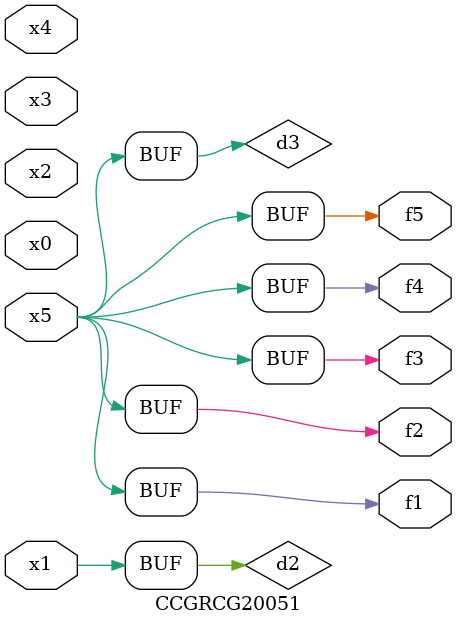
<source format=v>
module CCGRCG20051(
	input x0, x1, x2, x3, x4, x5,
	output f1, f2, f3, f4, f5
);

	wire d1, d2, d3;

	not (d1, x5);
	or (d2, x1);
	xnor (d3, d1);
	assign f1 = d3;
	assign f2 = d3;
	assign f3 = d3;
	assign f4 = d3;
	assign f5 = d3;
endmodule

</source>
